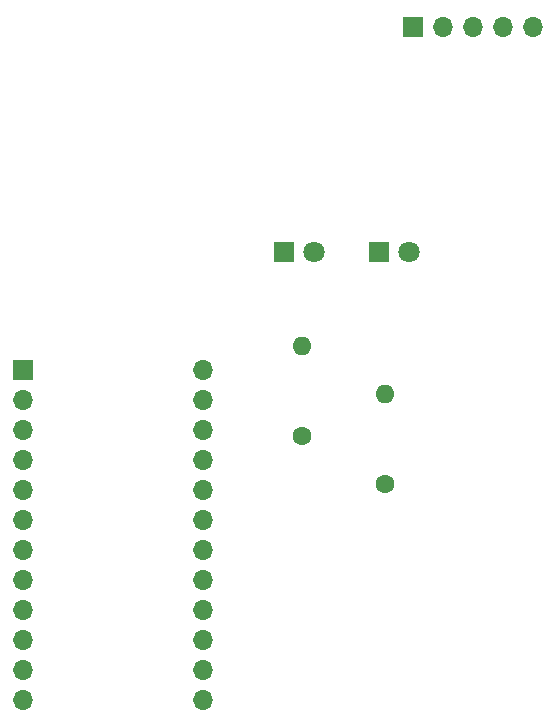
<source format=gbs>
G04 #@! TF.GenerationSoftware,KiCad,Pcbnew,9.0.1*
G04 #@! TF.CreationDate,2025-07-26T23:54:48-07:00*
G04 #@! TF.ProjectId,capstone_paul_ngo,63617073-746f-46e6-955f-7061756c5f6e,rev?*
G04 #@! TF.SameCoordinates,Original*
G04 #@! TF.FileFunction,Soldermask,Bot*
G04 #@! TF.FilePolarity,Negative*
%FSLAX46Y46*%
G04 Gerber Fmt 4.6, Leading zero omitted, Abs format (unit mm)*
G04 Created by KiCad (PCBNEW 9.0.1) date 2025-07-26 23:54:48*
%MOMM*%
%LPD*%
G01*
G04 APERTURE LIST*
%ADD10R,1.700000X1.700000*%
%ADD11O,1.700000X1.700000*%
%ADD12R,1.800000X1.800000*%
%ADD13C,1.800000*%
%ADD14C,1.600000*%
%ADD15O,1.600000X1.600000*%
G04 APERTURE END LIST*
D10*
X173380000Y-64000000D03*
D11*
X175920000Y-64000000D03*
X178460000Y-64000000D03*
X181000000Y-64000000D03*
X183540000Y-64000000D03*
D12*
X170460000Y-83000000D03*
D13*
X173000000Y-83000000D03*
D14*
X171000000Y-102620000D03*
D15*
X171000000Y-95000000D03*
D12*
X162460000Y-83000000D03*
D13*
X165000000Y-83000000D03*
D10*
X140380000Y-92970000D03*
D11*
X140380000Y-95510000D03*
X140380000Y-98050000D03*
X140380000Y-100590000D03*
X140380000Y-103130000D03*
X140380000Y-105670000D03*
X140380000Y-108210000D03*
X140380000Y-110750000D03*
X140380000Y-113290000D03*
X140380000Y-115830000D03*
X140380000Y-118370000D03*
X140380000Y-120910000D03*
X155620000Y-120910000D03*
X155620000Y-118370000D03*
X155620000Y-115830000D03*
X155620000Y-113290000D03*
X155620000Y-110750000D03*
X155620000Y-108210000D03*
X155620000Y-105670000D03*
X155620000Y-103130000D03*
X155620000Y-100590000D03*
X155620000Y-98050000D03*
X155620000Y-95510000D03*
X155620000Y-92970000D03*
D14*
X164000000Y-98620000D03*
D15*
X164000000Y-91000000D03*
M02*

</source>
